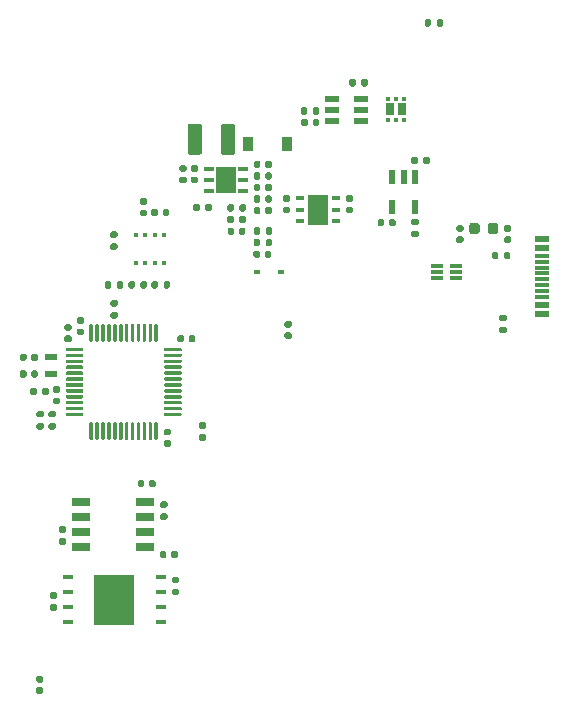
<source format=gtp>
G04 #@! TF.GenerationSoftware,KiCad,Pcbnew,(5.1.12)-1*
G04 #@! TF.CreationDate,2024-11-16T16:09:52+01:00*
G04 #@! TF.ProjectId,C7W1B1V1.0,43375731-4231-4563-912e-302e6b696361,rev?*
G04 #@! TF.SameCoordinates,Original*
G04 #@! TF.FileFunction,Paste,Top*
G04 #@! TF.FilePolarity,Positive*
%FSLAX46Y46*%
G04 Gerber Fmt 4.6, Leading zero omitted, Abs format (unit mm)*
G04 Created by KiCad (PCBNEW (5.1.12)-1) date 2024-11-16 16:09:52*
%MOMM*%
%LPD*%
G01*
G04 APERTURE LIST*
%ADD10R,1.750000X2.500000*%
%ADD11R,0.800000X0.400000*%
%ADD12R,0.990000X0.300000*%
%ADD13R,1.150000X0.300000*%
%ADD14R,1.150000X0.600000*%
%ADD15R,0.600000X1.150000*%
%ADD16R,1.200000X0.600000*%
%ADD17R,0.720000X1.050000*%
%ADD18R,0.350000X0.300000*%
%ADD19R,1.700000X2.200000*%
%ADD20R,0.850000X0.400000*%
%ADD21R,0.600000X0.450000*%
%ADD22R,0.900000X1.200000*%
%ADD23R,0.400000X0.400000*%
%ADD24R,1.100000X0.600000*%
%ADD25R,3.450000X4.350000*%
%ADD26R,0.950000X0.450000*%
%ADD27R,1.525000X0.700000*%
G04 APERTURE END LIST*
D10*
G04 #@! TO.C,U9*
X-58520000Y-109650000D03*
D11*
X-57020000Y-108700000D03*
X-57020000Y-109650000D03*
X-57020000Y-110600000D03*
X-60020000Y-110600000D03*
X-60020000Y-109650000D03*
X-60020000Y-108700000D03*
G04 #@! TD*
G04 #@! TO.C,C28*
G36*
G01*
X-56030000Y-109390000D02*
X-55690000Y-109390000D01*
G75*
G02*
X-55550000Y-109530000I0J-140000D01*
G01*
X-55550000Y-109810000D01*
G75*
G02*
X-55690000Y-109950000I-140000J0D01*
G01*
X-56030000Y-109950000D01*
G75*
G02*
X-56170000Y-109810000I0J140000D01*
G01*
X-56170000Y-109530000D01*
G75*
G02*
X-56030000Y-109390000I140000J0D01*
G01*
G37*
G36*
G01*
X-56030000Y-108430000D02*
X-55690000Y-108430000D01*
G75*
G02*
X-55550000Y-108570000I0J-140000D01*
G01*
X-55550000Y-108850000D01*
G75*
G02*
X-55690000Y-108990000I-140000J0D01*
G01*
X-56030000Y-108990000D01*
G75*
G02*
X-56170000Y-108850000I0J140000D01*
G01*
X-56170000Y-108570000D01*
G75*
G02*
X-56030000Y-108430000I140000J0D01*
G01*
G37*
G04 #@! TD*
G04 #@! TO.C,C27*
G36*
G01*
X-61350000Y-109400000D02*
X-61010000Y-109400000D01*
G75*
G02*
X-60870000Y-109540000I0J-140000D01*
G01*
X-60870000Y-109820000D01*
G75*
G02*
X-61010000Y-109960000I-140000J0D01*
G01*
X-61350000Y-109960000D01*
G75*
G02*
X-61490000Y-109820000I0J140000D01*
G01*
X-61490000Y-109540000D01*
G75*
G02*
X-61350000Y-109400000I140000J0D01*
G01*
G37*
G36*
G01*
X-61350000Y-108440000D02*
X-61010000Y-108440000D01*
G75*
G02*
X-60870000Y-108580000I0J-140000D01*
G01*
X-60870000Y-108860000D01*
G75*
G02*
X-61010000Y-109000000I-140000J0D01*
G01*
X-61350000Y-109000000D01*
G75*
G02*
X-61490000Y-108860000I0J140000D01*
G01*
X-61490000Y-108580000D01*
G75*
G02*
X-61350000Y-108440000I140000J0D01*
G01*
G37*
G04 #@! TD*
D12*
G04 #@! TO.C,U5*
X-48475000Y-115420000D03*
X-48475000Y-114920000D03*
X-48475000Y-114420000D03*
X-46865000Y-114420000D03*
X-46865000Y-114920000D03*
X-46865000Y-115420000D03*
G04 #@! TD*
G04 #@! TO.C,R25*
G36*
G01*
X-81215000Y-127720000D02*
X-80845000Y-127720000D01*
G75*
G02*
X-80710000Y-127855000I0J-135000D01*
G01*
X-80710000Y-128125000D01*
G75*
G02*
X-80845000Y-128260000I-135000J0D01*
G01*
X-81215000Y-128260000D01*
G75*
G02*
X-81350000Y-128125000I0J135000D01*
G01*
X-81350000Y-127855000D01*
G75*
G02*
X-81215000Y-127720000I135000J0D01*
G01*
G37*
G36*
G01*
X-81215000Y-126700000D02*
X-80845000Y-126700000D01*
G75*
G02*
X-80710000Y-126835000I0J-135000D01*
G01*
X-80710000Y-127105000D01*
G75*
G02*
X-80845000Y-127240000I-135000J0D01*
G01*
X-81215000Y-127240000D01*
G75*
G02*
X-81350000Y-127105000I0J135000D01*
G01*
X-81350000Y-126835000D01*
G75*
G02*
X-81215000Y-126700000I135000J0D01*
G01*
G37*
G04 #@! TD*
G04 #@! TO.C,R24*
G36*
G01*
X-82225000Y-127720000D02*
X-81855000Y-127720000D01*
G75*
G02*
X-81720000Y-127855000I0J-135000D01*
G01*
X-81720000Y-128125000D01*
G75*
G02*
X-81855000Y-128260000I-135000J0D01*
G01*
X-82225000Y-128260000D01*
G75*
G02*
X-82360000Y-128125000I0J135000D01*
G01*
X-82360000Y-127855000D01*
G75*
G02*
X-82225000Y-127720000I135000J0D01*
G01*
G37*
G36*
G01*
X-82225000Y-126700000D02*
X-81855000Y-126700000D01*
G75*
G02*
X-81720000Y-126835000I0J-135000D01*
G01*
X-81720000Y-127105000D01*
G75*
G02*
X-81855000Y-127240000I-135000J0D01*
G01*
X-82225000Y-127240000D01*
G75*
G02*
X-82360000Y-127105000I0J135000D01*
G01*
X-82360000Y-126835000D01*
G75*
G02*
X-82225000Y-126700000I135000J0D01*
G01*
G37*
G04 #@! TD*
G04 #@! TO.C,R14*
G36*
G01*
X-42770000Y-113725000D02*
X-42770000Y-113355000D01*
G75*
G02*
X-42635000Y-113220000I135000J0D01*
G01*
X-42365000Y-113220000D01*
G75*
G02*
X-42230000Y-113355000I0J-135000D01*
G01*
X-42230000Y-113725000D01*
G75*
G02*
X-42365000Y-113860000I-135000J0D01*
G01*
X-42635000Y-113860000D01*
G75*
G02*
X-42770000Y-113725000I0J135000D01*
G01*
G37*
G36*
G01*
X-43790000Y-113725000D02*
X-43790000Y-113355000D01*
G75*
G02*
X-43655000Y-113220000I135000J0D01*
G01*
X-43385000Y-113220000D01*
G75*
G02*
X-43250000Y-113355000I0J-135000D01*
G01*
X-43250000Y-113725000D01*
G75*
G02*
X-43385000Y-113860000I-135000J0D01*
G01*
X-43655000Y-113860000D01*
G75*
G02*
X-43790000Y-113725000I0J135000D01*
G01*
G37*
G04 #@! TD*
G04 #@! TO.C,R13*
G36*
G01*
X-48950000Y-93635000D02*
X-48950000Y-94005000D01*
G75*
G02*
X-49085000Y-94140000I-135000J0D01*
G01*
X-49355000Y-94140000D01*
G75*
G02*
X-49490000Y-94005000I0J135000D01*
G01*
X-49490000Y-93635000D01*
G75*
G02*
X-49355000Y-93500000I135000J0D01*
G01*
X-49085000Y-93500000D01*
G75*
G02*
X-48950000Y-93635000I0J-135000D01*
G01*
G37*
G36*
G01*
X-47930000Y-93635000D02*
X-47930000Y-94005000D01*
G75*
G02*
X-48065000Y-94140000I-135000J0D01*
G01*
X-48335000Y-94140000D01*
G75*
G02*
X-48470000Y-94005000I0J135000D01*
G01*
X-48470000Y-93635000D01*
G75*
G02*
X-48335000Y-93500000I135000J0D01*
G01*
X-48065000Y-93500000D01*
G75*
G02*
X-47930000Y-93635000I0J-135000D01*
G01*
G37*
G04 #@! TD*
G04 #@! TO.C,R12*
G36*
G01*
X-42675000Y-119110000D02*
X-43045000Y-119110000D01*
G75*
G02*
X-43180000Y-118975000I0J135000D01*
G01*
X-43180000Y-118705000D01*
G75*
G02*
X-43045000Y-118570000I135000J0D01*
G01*
X-42675000Y-118570000D01*
G75*
G02*
X-42540000Y-118705000I0J-135000D01*
G01*
X-42540000Y-118975000D01*
G75*
G02*
X-42675000Y-119110000I-135000J0D01*
G01*
G37*
G36*
G01*
X-42675000Y-120130000D02*
X-43045000Y-120130000D01*
G75*
G02*
X-43180000Y-119995000I0J135000D01*
G01*
X-43180000Y-119725000D01*
G75*
G02*
X-43045000Y-119590000I135000J0D01*
G01*
X-42675000Y-119590000D01*
G75*
G02*
X-42540000Y-119725000I0J-135000D01*
G01*
X-42540000Y-119995000D01*
G75*
G02*
X-42675000Y-120130000I-135000J0D01*
G01*
G37*
G04 #@! TD*
D13*
G04 #@! TO.C,J2*
X-39545000Y-117050000D03*
X-39545000Y-116550000D03*
X-39545000Y-116050000D03*
X-39545000Y-113550000D03*
X-39545000Y-114050000D03*
X-39545000Y-114550000D03*
X-39545000Y-115550000D03*
X-39545000Y-115050000D03*
D14*
X-39545000Y-112900000D03*
X-39545000Y-117700000D03*
X-39545000Y-112100000D03*
X-39545000Y-118500000D03*
G04 #@! TD*
G04 #@! TO.C,F1*
G36*
G01*
X-44140000Y-111496250D02*
X-44140000Y-110983750D01*
G75*
G02*
X-43921250Y-110765000I218750J0D01*
G01*
X-43483750Y-110765000D01*
G75*
G02*
X-43265000Y-110983750I0J-218750D01*
G01*
X-43265000Y-111496250D01*
G75*
G02*
X-43483750Y-111715000I-218750J0D01*
G01*
X-43921250Y-111715000D01*
G75*
G02*
X-44140000Y-111496250I0J218750D01*
G01*
G37*
G36*
G01*
X-45715000Y-111496250D02*
X-45715000Y-110983750D01*
G75*
G02*
X-45496250Y-110765000I218750J0D01*
G01*
X-45058750Y-110765000D01*
G75*
G02*
X-44840000Y-110983750I0J-218750D01*
G01*
X-44840000Y-111496250D01*
G75*
G02*
X-45058750Y-111715000I-218750J0D01*
G01*
X-45496250Y-111715000D01*
G75*
G02*
X-45715000Y-111496250I0J218750D01*
G01*
G37*
G04 #@! TD*
G04 #@! TO.C,C14*
G36*
G01*
X-46670000Y-111910000D02*
X-46330000Y-111910000D01*
G75*
G02*
X-46190000Y-112050000I0J-140000D01*
G01*
X-46190000Y-112330000D01*
G75*
G02*
X-46330000Y-112470000I-140000J0D01*
G01*
X-46670000Y-112470000D01*
G75*
G02*
X-46810000Y-112330000I0J140000D01*
G01*
X-46810000Y-112050000D01*
G75*
G02*
X-46670000Y-111910000I140000J0D01*
G01*
G37*
G36*
G01*
X-46670000Y-110950000D02*
X-46330000Y-110950000D01*
G75*
G02*
X-46190000Y-111090000I0J-140000D01*
G01*
X-46190000Y-111370000D01*
G75*
G02*
X-46330000Y-111510000I-140000J0D01*
G01*
X-46670000Y-111510000D01*
G75*
G02*
X-46810000Y-111370000I0J140000D01*
G01*
X-46810000Y-111090000D01*
G75*
G02*
X-46670000Y-110950000I140000J0D01*
G01*
G37*
G04 #@! TD*
G04 #@! TO.C,C13*
G36*
G01*
X-42630000Y-111910000D02*
X-42290000Y-111910000D01*
G75*
G02*
X-42150000Y-112050000I0J-140000D01*
G01*
X-42150000Y-112330000D01*
G75*
G02*
X-42290000Y-112470000I-140000J0D01*
G01*
X-42630000Y-112470000D01*
G75*
G02*
X-42770000Y-112330000I0J140000D01*
G01*
X-42770000Y-112050000D01*
G75*
G02*
X-42630000Y-111910000I140000J0D01*
G01*
G37*
G36*
G01*
X-42630000Y-110950000D02*
X-42290000Y-110950000D01*
G75*
G02*
X-42150000Y-111090000I0J-140000D01*
G01*
X-42150000Y-111370000D01*
G75*
G02*
X-42290000Y-111510000I-140000J0D01*
G01*
X-42630000Y-111510000D01*
G75*
G02*
X-42770000Y-111370000I0J140000D01*
G01*
X-42770000Y-111090000D01*
G75*
G02*
X-42630000Y-110950000I140000J0D01*
G01*
G37*
G04 #@! TD*
D15*
G04 #@! TO.C,U6*
X-50320000Y-109390000D03*
X-52220000Y-109390000D03*
X-52220000Y-106890000D03*
X-51270000Y-106890000D03*
X-50320000Y-106890000D03*
G04 #@! TD*
G04 #@! TO.C,R17*
G36*
G01*
X-50515000Y-111440000D02*
X-50145000Y-111440000D01*
G75*
G02*
X-50010000Y-111575000I0J-135000D01*
G01*
X-50010000Y-111845000D01*
G75*
G02*
X-50145000Y-111980000I-135000J0D01*
G01*
X-50515000Y-111980000D01*
G75*
G02*
X-50650000Y-111845000I0J135000D01*
G01*
X-50650000Y-111575000D01*
G75*
G02*
X-50515000Y-111440000I135000J0D01*
G01*
G37*
G36*
G01*
X-50515000Y-110420000D02*
X-50145000Y-110420000D01*
G75*
G02*
X-50010000Y-110555000I0J-135000D01*
G01*
X-50010000Y-110825000D01*
G75*
G02*
X-50145000Y-110960000I-135000J0D01*
G01*
X-50515000Y-110960000D01*
G75*
G02*
X-50650000Y-110825000I0J135000D01*
G01*
X-50650000Y-110555000D01*
G75*
G02*
X-50515000Y-110420000I135000J0D01*
G01*
G37*
G04 #@! TD*
G04 #@! TO.C,R16*
G36*
G01*
X-50080000Y-105315000D02*
X-50080000Y-105685000D01*
G75*
G02*
X-50215000Y-105820000I-135000J0D01*
G01*
X-50485000Y-105820000D01*
G75*
G02*
X-50620000Y-105685000I0J135000D01*
G01*
X-50620000Y-105315000D01*
G75*
G02*
X-50485000Y-105180000I135000J0D01*
G01*
X-50215000Y-105180000D01*
G75*
G02*
X-50080000Y-105315000I0J-135000D01*
G01*
G37*
G36*
G01*
X-49060000Y-105315000D02*
X-49060000Y-105685000D01*
G75*
G02*
X-49195000Y-105820000I-135000J0D01*
G01*
X-49465000Y-105820000D01*
G75*
G02*
X-49600000Y-105685000I0J135000D01*
G01*
X-49600000Y-105315000D01*
G75*
G02*
X-49465000Y-105180000I135000J0D01*
G01*
X-49195000Y-105180000D01*
G75*
G02*
X-49060000Y-105315000I0J-135000D01*
G01*
G37*
G04 #@! TD*
G04 #@! TO.C,C17*
G36*
G01*
X-52910000Y-110580000D02*
X-52910000Y-110920000D01*
G75*
G02*
X-53050000Y-111060000I-140000J0D01*
G01*
X-53330000Y-111060000D01*
G75*
G02*
X-53470000Y-110920000I0J140000D01*
G01*
X-53470000Y-110580000D01*
G75*
G02*
X-53330000Y-110440000I140000J0D01*
G01*
X-53050000Y-110440000D01*
G75*
G02*
X-52910000Y-110580000I0J-140000D01*
G01*
G37*
G36*
G01*
X-51950000Y-110580000D02*
X-51950000Y-110920000D01*
G75*
G02*
X-52090000Y-111060000I-140000J0D01*
G01*
X-52370000Y-111060000D01*
G75*
G02*
X-52510000Y-110920000I0J140000D01*
G01*
X-52510000Y-110580000D01*
G75*
G02*
X-52370000Y-110440000I140000J0D01*
G01*
X-52090000Y-110440000D01*
G75*
G02*
X-51950000Y-110580000I0J-140000D01*
G01*
G37*
G04 #@! TD*
D16*
G04 #@! TO.C,U8*
X-57360000Y-102180000D03*
X-57360000Y-101230000D03*
X-57360000Y-100280000D03*
X-54860000Y-100280000D03*
X-54860000Y-101230000D03*
X-54860000Y-102180000D03*
G04 #@! TD*
D17*
G04 #@! TO.C,Q1*
X-51430000Y-101150000D03*
X-52410000Y-101150000D03*
D18*
X-52570000Y-100275000D03*
X-51920000Y-100275000D03*
X-51270000Y-100275000D03*
X-51270000Y-102025000D03*
X-51920000Y-102025000D03*
X-52570000Y-102025000D03*
G04 #@! TD*
G04 #@! TO.C,R23*
G36*
G01*
X-59440000Y-101095000D02*
X-59440000Y-101465000D01*
G75*
G02*
X-59575000Y-101600000I-135000J0D01*
G01*
X-59845000Y-101600000D01*
G75*
G02*
X-59980000Y-101465000I0J135000D01*
G01*
X-59980000Y-101095000D01*
G75*
G02*
X-59845000Y-100960000I135000J0D01*
G01*
X-59575000Y-100960000D01*
G75*
G02*
X-59440000Y-101095000I0J-135000D01*
G01*
G37*
G36*
G01*
X-58420000Y-101095000D02*
X-58420000Y-101465000D01*
G75*
G02*
X-58555000Y-101600000I-135000J0D01*
G01*
X-58825000Y-101600000D01*
G75*
G02*
X-58960000Y-101465000I0J135000D01*
G01*
X-58960000Y-101095000D01*
G75*
G02*
X-58825000Y-100960000I135000J0D01*
G01*
X-58555000Y-100960000D01*
G75*
G02*
X-58420000Y-101095000I0J-135000D01*
G01*
G37*
G04 #@! TD*
G04 #@! TO.C,R20*
G36*
G01*
X-54860000Y-99085000D02*
X-54860000Y-98715000D01*
G75*
G02*
X-54725000Y-98580000I135000J0D01*
G01*
X-54455000Y-98580000D01*
G75*
G02*
X-54320000Y-98715000I0J-135000D01*
G01*
X-54320000Y-99085000D01*
G75*
G02*
X-54455000Y-99220000I-135000J0D01*
G01*
X-54725000Y-99220000D01*
G75*
G02*
X-54860000Y-99085000I0J135000D01*
G01*
G37*
G36*
G01*
X-55880000Y-99085000D02*
X-55880000Y-98715000D01*
G75*
G02*
X-55745000Y-98580000I135000J0D01*
G01*
X-55475000Y-98580000D01*
G75*
G02*
X-55340000Y-98715000I0J-135000D01*
G01*
X-55340000Y-99085000D01*
G75*
G02*
X-55475000Y-99220000I-135000J0D01*
G01*
X-55745000Y-99220000D01*
G75*
G02*
X-55880000Y-99085000I0J135000D01*
G01*
G37*
G04 #@! TD*
G04 #@! TO.C,C24*
G36*
G01*
X-58980000Y-102440000D02*
X-58980000Y-102100000D01*
G75*
G02*
X-58840000Y-101960000I140000J0D01*
G01*
X-58560000Y-101960000D01*
G75*
G02*
X-58420000Y-102100000I0J-140000D01*
G01*
X-58420000Y-102440000D01*
G75*
G02*
X-58560000Y-102580000I-140000J0D01*
G01*
X-58840000Y-102580000D01*
G75*
G02*
X-58980000Y-102440000I0J140000D01*
G01*
G37*
G36*
G01*
X-59940000Y-102440000D02*
X-59940000Y-102100000D01*
G75*
G02*
X-59800000Y-101960000I140000J0D01*
G01*
X-59520000Y-101960000D01*
G75*
G02*
X-59380000Y-102100000I0J-140000D01*
G01*
X-59380000Y-102440000D01*
G75*
G02*
X-59520000Y-102580000I-140000J0D01*
G01*
X-59800000Y-102580000D01*
G75*
G02*
X-59940000Y-102440000I0J140000D01*
G01*
G37*
G04 #@! TD*
D19*
G04 #@! TO.C,U7*
X-66330000Y-107130000D03*
D20*
X-64880000Y-106180000D03*
X-64880000Y-107130000D03*
X-64880000Y-108080000D03*
X-67780000Y-108080000D03*
X-67780000Y-107130000D03*
X-67780000Y-106180000D03*
G04 #@! TD*
G04 #@! TO.C,R22*
G36*
G01*
X-62960000Y-112625000D02*
X-62960000Y-112255000D01*
G75*
G02*
X-62825000Y-112120000I135000J0D01*
G01*
X-62555000Y-112120000D01*
G75*
G02*
X-62420000Y-112255000I0J-135000D01*
G01*
X-62420000Y-112625000D01*
G75*
G02*
X-62555000Y-112760000I-135000J0D01*
G01*
X-62825000Y-112760000D01*
G75*
G02*
X-62960000Y-112625000I0J135000D01*
G01*
G37*
G36*
G01*
X-63980000Y-112625000D02*
X-63980000Y-112255000D01*
G75*
G02*
X-63845000Y-112120000I135000J0D01*
G01*
X-63575000Y-112120000D01*
G75*
G02*
X-63440000Y-112255000I0J-135000D01*
G01*
X-63440000Y-112625000D01*
G75*
G02*
X-63575000Y-112760000I-135000J0D01*
G01*
X-63845000Y-112760000D01*
G75*
G02*
X-63980000Y-112625000I0J135000D01*
G01*
G37*
G04 #@! TD*
G04 #@! TO.C,R21*
G36*
G01*
X-63440000Y-111265000D02*
X-63440000Y-111635000D01*
G75*
G02*
X-63575000Y-111770000I-135000J0D01*
G01*
X-63845000Y-111770000D01*
G75*
G02*
X-63980000Y-111635000I0J135000D01*
G01*
X-63980000Y-111265000D01*
G75*
G02*
X-63845000Y-111130000I135000J0D01*
G01*
X-63575000Y-111130000D01*
G75*
G02*
X-63440000Y-111265000I0J-135000D01*
G01*
G37*
G36*
G01*
X-62420000Y-111265000D02*
X-62420000Y-111635000D01*
G75*
G02*
X-62555000Y-111770000I-135000J0D01*
G01*
X-62825000Y-111770000D01*
G75*
G02*
X-62960000Y-111635000I0J135000D01*
G01*
X-62960000Y-111265000D01*
G75*
G02*
X-62825000Y-111130000I135000J0D01*
G01*
X-62555000Y-111130000D01*
G75*
G02*
X-62420000Y-111265000I0J-135000D01*
G01*
G37*
G04 #@! TD*
G04 #@! TO.C,R19*
G36*
G01*
X-65650000Y-109305000D02*
X-65650000Y-109675000D01*
G75*
G02*
X-65785000Y-109810000I-135000J0D01*
G01*
X-66055000Y-109810000D01*
G75*
G02*
X-66190000Y-109675000I0J135000D01*
G01*
X-66190000Y-109305000D01*
G75*
G02*
X-66055000Y-109170000I135000J0D01*
G01*
X-65785000Y-109170000D01*
G75*
G02*
X-65650000Y-109305000I0J-135000D01*
G01*
G37*
G36*
G01*
X-64630000Y-109305000D02*
X-64630000Y-109675000D01*
G75*
G02*
X-64765000Y-109810000I-135000J0D01*
G01*
X-65035000Y-109810000D01*
G75*
G02*
X-65170000Y-109675000I0J135000D01*
G01*
X-65170000Y-109305000D01*
G75*
G02*
X-65035000Y-109170000I135000J0D01*
G01*
X-64765000Y-109170000D01*
G75*
G02*
X-64630000Y-109305000I0J-135000D01*
G01*
G37*
G04 #@! TD*
G04 #@! TO.C,R18*
G36*
G01*
X-65660000Y-110305000D02*
X-65660000Y-110675000D01*
G75*
G02*
X-65795000Y-110810000I-135000J0D01*
G01*
X-66065000Y-110810000D01*
G75*
G02*
X-66200000Y-110675000I0J135000D01*
G01*
X-66200000Y-110305000D01*
G75*
G02*
X-66065000Y-110170000I135000J0D01*
G01*
X-65795000Y-110170000D01*
G75*
G02*
X-65660000Y-110305000I0J-135000D01*
G01*
G37*
G36*
G01*
X-64640000Y-110305000D02*
X-64640000Y-110675000D01*
G75*
G02*
X-64775000Y-110810000I-135000J0D01*
G01*
X-65045000Y-110810000D01*
G75*
G02*
X-65180000Y-110675000I0J135000D01*
G01*
X-65180000Y-110305000D01*
G75*
G02*
X-65045000Y-110170000I135000J0D01*
G01*
X-64775000Y-110170000D01*
G75*
G02*
X-64640000Y-110305000I0J-135000D01*
G01*
G37*
G04 #@! TD*
G04 #@! TO.C,R15*
G36*
G01*
X-68530000Y-109295000D02*
X-68530000Y-109665000D01*
G75*
G02*
X-68665000Y-109800000I-135000J0D01*
G01*
X-68935000Y-109800000D01*
G75*
G02*
X-69070000Y-109665000I0J135000D01*
G01*
X-69070000Y-109295000D01*
G75*
G02*
X-68935000Y-109160000I135000J0D01*
G01*
X-68665000Y-109160000D01*
G75*
G02*
X-68530000Y-109295000I0J-135000D01*
G01*
G37*
G36*
G01*
X-67510000Y-109295000D02*
X-67510000Y-109665000D01*
G75*
G02*
X-67645000Y-109800000I-135000J0D01*
G01*
X-67915000Y-109800000D01*
G75*
G02*
X-68050000Y-109665000I0J135000D01*
G01*
X-68050000Y-109295000D01*
G75*
G02*
X-67915000Y-109160000I135000J0D01*
G01*
X-67645000Y-109160000D01*
G75*
G02*
X-67510000Y-109295000I0J-135000D01*
G01*
G37*
G04 #@! TD*
G04 #@! TO.C,L1*
G36*
G01*
X-66765000Y-104765000D02*
X-66765000Y-102615000D01*
G75*
G02*
X-66515000Y-102365000I250000J0D01*
G01*
X-65765000Y-102365000D01*
G75*
G02*
X-65515000Y-102615000I0J-250000D01*
G01*
X-65515000Y-104765000D01*
G75*
G02*
X-65765000Y-105015000I-250000J0D01*
G01*
X-66515000Y-105015000D01*
G75*
G02*
X-66765000Y-104765000I0J250000D01*
G01*
G37*
G36*
G01*
X-69565000Y-104765000D02*
X-69565000Y-102615000D01*
G75*
G02*
X-69315000Y-102365000I250000J0D01*
G01*
X-68565000Y-102365000D01*
G75*
G02*
X-68315000Y-102615000I0J-250000D01*
G01*
X-68315000Y-104765000D01*
G75*
G02*
X-68565000Y-105015000I-250000J0D01*
G01*
X-69315000Y-105015000D01*
G75*
G02*
X-69565000Y-104765000I0J250000D01*
G01*
G37*
G04 #@! TD*
D21*
G04 #@! TO.C,D2*
X-61620000Y-114920000D03*
X-63720000Y-114920000D03*
G04 #@! TD*
D22*
G04 #@! TO.C,D1*
X-64480000Y-104110000D03*
X-61180000Y-104110000D03*
G04 #@! TD*
G04 #@! TO.C,C25*
G36*
G01*
X-63390000Y-105650000D02*
X-63390000Y-105990000D01*
G75*
G02*
X-63530000Y-106130000I-140000J0D01*
G01*
X-63810000Y-106130000D01*
G75*
G02*
X-63950000Y-105990000I0J140000D01*
G01*
X-63950000Y-105650000D01*
G75*
G02*
X-63810000Y-105510000I140000J0D01*
G01*
X-63530000Y-105510000D01*
G75*
G02*
X-63390000Y-105650000I0J-140000D01*
G01*
G37*
G36*
G01*
X-62430000Y-105650000D02*
X-62430000Y-105990000D01*
G75*
G02*
X-62570000Y-106130000I-140000J0D01*
G01*
X-62850000Y-106130000D01*
G75*
G02*
X-62990000Y-105990000I0J140000D01*
G01*
X-62990000Y-105650000D01*
G75*
G02*
X-62850000Y-105510000I140000J0D01*
G01*
X-62570000Y-105510000D01*
G75*
G02*
X-62430000Y-105650000I0J-140000D01*
G01*
G37*
G04 #@! TD*
G04 #@! TO.C,C23*
G36*
G01*
X-63390000Y-109570000D02*
X-63390000Y-109910000D01*
G75*
G02*
X-63530000Y-110050000I-140000J0D01*
G01*
X-63810000Y-110050000D01*
G75*
G02*
X-63950000Y-109910000I0J140000D01*
G01*
X-63950000Y-109570000D01*
G75*
G02*
X-63810000Y-109430000I140000J0D01*
G01*
X-63530000Y-109430000D01*
G75*
G02*
X-63390000Y-109570000I0J-140000D01*
G01*
G37*
G36*
G01*
X-62430000Y-109570000D02*
X-62430000Y-109910000D01*
G75*
G02*
X-62570000Y-110050000I-140000J0D01*
G01*
X-62850000Y-110050000D01*
G75*
G02*
X-62990000Y-109910000I0J140000D01*
G01*
X-62990000Y-109570000D01*
G75*
G02*
X-62850000Y-109430000I140000J0D01*
G01*
X-62570000Y-109430000D01*
G75*
G02*
X-62430000Y-109570000I0J-140000D01*
G01*
G37*
G04 #@! TD*
G04 #@! TO.C,C22*
G36*
G01*
X-63390000Y-108580000D02*
X-63390000Y-108920000D01*
G75*
G02*
X-63530000Y-109060000I-140000J0D01*
G01*
X-63810000Y-109060000D01*
G75*
G02*
X-63950000Y-108920000I0J140000D01*
G01*
X-63950000Y-108580000D01*
G75*
G02*
X-63810000Y-108440000I140000J0D01*
G01*
X-63530000Y-108440000D01*
G75*
G02*
X-63390000Y-108580000I0J-140000D01*
G01*
G37*
G36*
G01*
X-62430000Y-108580000D02*
X-62430000Y-108920000D01*
G75*
G02*
X-62570000Y-109060000I-140000J0D01*
G01*
X-62850000Y-109060000D01*
G75*
G02*
X-62990000Y-108920000I0J140000D01*
G01*
X-62990000Y-108580000D01*
G75*
G02*
X-62850000Y-108440000I140000J0D01*
G01*
X-62570000Y-108440000D01*
G75*
G02*
X-62430000Y-108580000I0J-140000D01*
G01*
G37*
G04 #@! TD*
G04 #@! TO.C,C21*
G36*
G01*
X-63030000Y-113600000D02*
X-63030000Y-113260000D01*
G75*
G02*
X-62890000Y-113120000I140000J0D01*
G01*
X-62610000Y-113120000D01*
G75*
G02*
X-62470000Y-113260000I0J-140000D01*
G01*
X-62470000Y-113600000D01*
G75*
G02*
X-62610000Y-113740000I-140000J0D01*
G01*
X-62890000Y-113740000D01*
G75*
G02*
X-63030000Y-113600000I0J140000D01*
G01*
G37*
G36*
G01*
X-63990000Y-113600000D02*
X-63990000Y-113260000D01*
G75*
G02*
X-63850000Y-113120000I140000J0D01*
G01*
X-63570000Y-113120000D01*
G75*
G02*
X-63430000Y-113260000I0J-140000D01*
G01*
X-63430000Y-113600000D01*
G75*
G02*
X-63570000Y-113740000I-140000J0D01*
G01*
X-63850000Y-113740000D01*
G75*
G02*
X-63990000Y-113600000I0J140000D01*
G01*
G37*
G04 #@! TD*
G04 #@! TO.C,C20*
G36*
G01*
X-63390000Y-107600000D02*
X-63390000Y-107940000D01*
G75*
G02*
X-63530000Y-108080000I-140000J0D01*
G01*
X-63810000Y-108080000D01*
G75*
G02*
X-63950000Y-107940000I0J140000D01*
G01*
X-63950000Y-107600000D01*
G75*
G02*
X-63810000Y-107460000I140000J0D01*
G01*
X-63530000Y-107460000D01*
G75*
G02*
X-63390000Y-107600000I0J-140000D01*
G01*
G37*
G36*
G01*
X-62430000Y-107600000D02*
X-62430000Y-107940000D01*
G75*
G02*
X-62570000Y-108080000I-140000J0D01*
G01*
X-62850000Y-108080000D01*
G75*
G02*
X-62990000Y-107940000I0J140000D01*
G01*
X-62990000Y-107600000D01*
G75*
G02*
X-62850000Y-107460000I140000J0D01*
G01*
X-62570000Y-107460000D01*
G75*
G02*
X-62430000Y-107600000I0J-140000D01*
G01*
G37*
G04 #@! TD*
G04 #@! TO.C,C19*
G36*
G01*
X-63390000Y-106630000D02*
X-63390000Y-106970000D01*
G75*
G02*
X-63530000Y-107110000I-140000J0D01*
G01*
X-63810000Y-107110000D01*
G75*
G02*
X-63950000Y-106970000I0J140000D01*
G01*
X-63950000Y-106630000D01*
G75*
G02*
X-63810000Y-106490000I140000J0D01*
G01*
X-63530000Y-106490000D01*
G75*
G02*
X-63390000Y-106630000I0J-140000D01*
G01*
G37*
G36*
G01*
X-62430000Y-106630000D02*
X-62430000Y-106970000D01*
G75*
G02*
X-62570000Y-107110000I-140000J0D01*
G01*
X-62850000Y-107110000D01*
G75*
G02*
X-62990000Y-106970000I0J140000D01*
G01*
X-62990000Y-106630000D01*
G75*
G02*
X-62850000Y-106490000I140000J0D01*
G01*
X-62570000Y-106490000D01*
G75*
G02*
X-62430000Y-106630000I0J-140000D01*
G01*
G37*
G04 #@! TD*
G04 #@! TO.C,C18*
G36*
G01*
X-65620000Y-111310000D02*
X-65620000Y-111650000D01*
G75*
G02*
X-65760000Y-111790000I-140000J0D01*
G01*
X-66040000Y-111790000D01*
G75*
G02*
X-66180000Y-111650000I0J140000D01*
G01*
X-66180000Y-111310000D01*
G75*
G02*
X-66040000Y-111170000I140000J0D01*
G01*
X-65760000Y-111170000D01*
G75*
G02*
X-65620000Y-111310000I0J-140000D01*
G01*
G37*
G36*
G01*
X-64660000Y-111310000D02*
X-64660000Y-111650000D01*
G75*
G02*
X-64800000Y-111790000I-140000J0D01*
G01*
X-65080000Y-111790000D01*
G75*
G02*
X-65220000Y-111650000I0J140000D01*
G01*
X-65220000Y-111310000D01*
G75*
G02*
X-65080000Y-111170000I140000J0D01*
G01*
X-64800000Y-111170000D01*
G75*
G02*
X-64660000Y-111310000I0J-140000D01*
G01*
G37*
G04 #@! TD*
G04 #@! TO.C,C16*
G36*
G01*
X-68810000Y-106440000D02*
X-69150000Y-106440000D01*
G75*
G02*
X-69290000Y-106300000I0J140000D01*
G01*
X-69290000Y-106020000D01*
G75*
G02*
X-69150000Y-105880000I140000J0D01*
G01*
X-68810000Y-105880000D01*
G75*
G02*
X-68670000Y-106020000I0J-140000D01*
G01*
X-68670000Y-106300000D01*
G75*
G02*
X-68810000Y-106440000I-140000J0D01*
G01*
G37*
G36*
G01*
X-68810000Y-107400000D02*
X-69150000Y-107400000D01*
G75*
G02*
X-69290000Y-107260000I0J140000D01*
G01*
X-69290000Y-106980000D01*
G75*
G02*
X-69150000Y-106840000I140000J0D01*
G01*
X-68810000Y-106840000D01*
G75*
G02*
X-68670000Y-106980000I0J-140000D01*
G01*
X-68670000Y-107260000D01*
G75*
G02*
X-68810000Y-107400000I-140000J0D01*
G01*
G37*
G04 #@! TD*
G04 #@! TO.C,C15*
G36*
G01*
X-69790000Y-106440000D02*
X-70130000Y-106440000D01*
G75*
G02*
X-70270000Y-106300000I0J140000D01*
G01*
X-70270000Y-106020000D01*
G75*
G02*
X-70130000Y-105880000I140000J0D01*
G01*
X-69790000Y-105880000D01*
G75*
G02*
X-69650000Y-106020000I0J-140000D01*
G01*
X-69650000Y-106300000D01*
G75*
G02*
X-69790000Y-106440000I-140000J0D01*
G01*
G37*
G36*
G01*
X-69790000Y-107400000D02*
X-70130000Y-107400000D01*
G75*
G02*
X-70270000Y-107260000I0J140000D01*
G01*
X-70270000Y-106980000D01*
G75*
G02*
X-70130000Y-106840000I140000J0D01*
G01*
X-69790000Y-106840000D01*
G75*
G02*
X-69650000Y-106980000I0J-140000D01*
G01*
X-69650000Y-107260000D01*
G75*
G02*
X-69790000Y-107400000I-140000J0D01*
G01*
G37*
G04 #@! TD*
G04 #@! TO.C,R7*
G36*
G01*
X-68485000Y-128680000D02*
X-68115000Y-128680000D01*
G75*
G02*
X-67980000Y-128815000I0J-135000D01*
G01*
X-67980000Y-129085000D01*
G75*
G02*
X-68115000Y-129220000I-135000J0D01*
G01*
X-68485000Y-129220000D01*
G75*
G02*
X-68620000Y-129085000I0J135000D01*
G01*
X-68620000Y-128815000D01*
G75*
G02*
X-68485000Y-128680000I135000J0D01*
G01*
G37*
G36*
G01*
X-68485000Y-127660000D02*
X-68115000Y-127660000D01*
G75*
G02*
X-67980000Y-127795000I0J-135000D01*
G01*
X-67980000Y-128065000D01*
G75*
G02*
X-68115000Y-128200000I-135000J0D01*
G01*
X-68485000Y-128200000D01*
G75*
G02*
X-68620000Y-128065000I0J135000D01*
G01*
X-68620000Y-127795000D01*
G75*
G02*
X-68485000Y-127660000I135000J0D01*
G01*
G37*
G04 #@! TD*
G04 #@! TO.C,C10*
G36*
G01*
X-61220000Y-120040000D02*
X-60880000Y-120040000D01*
G75*
G02*
X-60740000Y-120180000I0J-140000D01*
G01*
X-60740000Y-120460000D01*
G75*
G02*
X-60880000Y-120600000I-140000J0D01*
G01*
X-61220000Y-120600000D01*
G75*
G02*
X-61360000Y-120460000I0J140000D01*
G01*
X-61360000Y-120180000D01*
G75*
G02*
X-61220000Y-120040000I140000J0D01*
G01*
G37*
G36*
G01*
X-61220000Y-119080000D02*
X-60880000Y-119080000D01*
G75*
G02*
X-60740000Y-119220000I0J-140000D01*
G01*
X-60740000Y-119500000D01*
G75*
G02*
X-60880000Y-119640000I-140000J0D01*
G01*
X-61220000Y-119640000D01*
G75*
G02*
X-61360000Y-119500000I0J140000D01*
G01*
X-61360000Y-119220000D01*
G75*
G02*
X-61220000Y-119080000I140000J0D01*
G01*
G37*
G04 #@! TD*
D23*
G04 #@! TO.C,U2*
X-71550000Y-111750000D03*
X-72350000Y-111750000D03*
X-73150000Y-111750000D03*
X-73950000Y-111750000D03*
X-73950000Y-114150000D03*
X-73150000Y-114150000D03*
X-72350000Y-114150000D03*
X-71550000Y-114150000D03*
G04 #@! TD*
G04 #@! TO.C,R6*
G36*
G01*
X-73550000Y-116205000D02*
X-73550000Y-115835000D01*
G75*
G02*
X-73415000Y-115700000I135000J0D01*
G01*
X-73145000Y-115700000D01*
G75*
G02*
X-73010000Y-115835000I0J-135000D01*
G01*
X-73010000Y-116205000D01*
G75*
G02*
X-73145000Y-116340000I-135000J0D01*
G01*
X-73415000Y-116340000D01*
G75*
G02*
X-73550000Y-116205000I0J135000D01*
G01*
G37*
G36*
G01*
X-74570000Y-116205000D02*
X-74570000Y-115835000D01*
G75*
G02*
X-74435000Y-115700000I135000J0D01*
G01*
X-74165000Y-115700000D01*
G75*
G02*
X-74030000Y-115835000I0J-135000D01*
G01*
X-74030000Y-116205000D01*
G75*
G02*
X-74165000Y-116340000I-135000J0D01*
G01*
X-74435000Y-116340000D01*
G75*
G02*
X-74570000Y-116205000I0J135000D01*
G01*
G37*
G04 #@! TD*
G04 #@! TO.C,R5*
G36*
G01*
X-75540000Y-116215000D02*
X-75540000Y-115845000D01*
G75*
G02*
X-75405000Y-115710000I135000J0D01*
G01*
X-75135000Y-115710000D01*
G75*
G02*
X-75000000Y-115845000I0J-135000D01*
G01*
X-75000000Y-116215000D01*
G75*
G02*
X-75135000Y-116350000I-135000J0D01*
G01*
X-75405000Y-116350000D01*
G75*
G02*
X-75540000Y-116215000I0J135000D01*
G01*
G37*
G36*
G01*
X-76560000Y-116215000D02*
X-76560000Y-115845000D01*
G75*
G02*
X-76425000Y-115710000I135000J0D01*
G01*
X-76155000Y-115710000D01*
G75*
G02*
X-76020000Y-115845000I0J-135000D01*
G01*
X-76020000Y-116215000D01*
G75*
G02*
X-76155000Y-116350000I-135000J0D01*
G01*
X-76425000Y-116350000D01*
G75*
G02*
X-76560000Y-116215000I0J135000D01*
G01*
G37*
G04 #@! TD*
G04 #@! TO.C,R4*
G36*
G01*
X-72080000Y-115825000D02*
X-72080000Y-116195000D01*
G75*
G02*
X-72215000Y-116330000I-135000J0D01*
G01*
X-72485000Y-116330000D01*
G75*
G02*
X-72620000Y-116195000I0J135000D01*
G01*
X-72620000Y-115825000D01*
G75*
G02*
X-72485000Y-115690000I135000J0D01*
G01*
X-72215000Y-115690000D01*
G75*
G02*
X-72080000Y-115825000I0J-135000D01*
G01*
G37*
G36*
G01*
X-71060000Y-115825000D02*
X-71060000Y-116195000D01*
G75*
G02*
X-71195000Y-116330000I-135000J0D01*
G01*
X-71465000Y-116330000D01*
G75*
G02*
X-71600000Y-116195000I0J135000D01*
G01*
X-71600000Y-115825000D01*
G75*
G02*
X-71465000Y-115690000I135000J0D01*
G01*
X-71195000Y-115690000D01*
G75*
G02*
X-71060000Y-115825000I0J-135000D01*
G01*
G37*
G04 #@! TD*
G04 #@! TO.C,R3*
G36*
G01*
X-75985000Y-112510000D02*
X-75615000Y-112510000D01*
G75*
G02*
X-75480000Y-112645000I0J-135000D01*
G01*
X-75480000Y-112915000D01*
G75*
G02*
X-75615000Y-113050000I-135000J0D01*
G01*
X-75985000Y-113050000D01*
G75*
G02*
X-76120000Y-112915000I0J135000D01*
G01*
X-76120000Y-112645000D01*
G75*
G02*
X-75985000Y-112510000I135000J0D01*
G01*
G37*
G36*
G01*
X-75985000Y-111490000D02*
X-75615000Y-111490000D01*
G75*
G02*
X-75480000Y-111625000I0J-135000D01*
G01*
X-75480000Y-111895000D01*
G75*
G02*
X-75615000Y-112030000I-135000J0D01*
G01*
X-75985000Y-112030000D01*
G75*
G02*
X-76120000Y-111895000I0J135000D01*
G01*
X-76120000Y-111625000D01*
G75*
G02*
X-75985000Y-111490000I135000J0D01*
G01*
G37*
G04 #@! TD*
G04 #@! TO.C,C9*
G36*
G01*
X-72060000Y-109720000D02*
X-72060000Y-110060000D01*
G75*
G02*
X-72200000Y-110200000I-140000J0D01*
G01*
X-72480000Y-110200000D01*
G75*
G02*
X-72620000Y-110060000I0J140000D01*
G01*
X-72620000Y-109720000D01*
G75*
G02*
X-72480000Y-109580000I140000J0D01*
G01*
X-72200000Y-109580000D01*
G75*
G02*
X-72060000Y-109720000I0J-140000D01*
G01*
G37*
G36*
G01*
X-71100000Y-109720000D02*
X-71100000Y-110060000D01*
G75*
G02*
X-71240000Y-110200000I-140000J0D01*
G01*
X-71520000Y-110200000D01*
G75*
G02*
X-71660000Y-110060000I0J140000D01*
G01*
X-71660000Y-109720000D01*
G75*
G02*
X-71520000Y-109580000I140000J0D01*
G01*
X-71240000Y-109580000D01*
G75*
G02*
X-71100000Y-109720000I0J-140000D01*
G01*
G37*
G04 #@! TD*
G04 #@! TO.C,C8*
G36*
G01*
X-73130000Y-109250000D02*
X-73470000Y-109250000D01*
G75*
G02*
X-73610000Y-109110000I0J140000D01*
G01*
X-73610000Y-108830000D01*
G75*
G02*
X-73470000Y-108690000I140000J0D01*
G01*
X-73130000Y-108690000D01*
G75*
G02*
X-72990000Y-108830000I0J-140000D01*
G01*
X-72990000Y-109110000D01*
G75*
G02*
X-73130000Y-109250000I-140000J0D01*
G01*
G37*
G36*
G01*
X-73130000Y-110210000D02*
X-73470000Y-110210000D01*
G75*
G02*
X-73610000Y-110070000I0J140000D01*
G01*
X-73610000Y-109790000D01*
G75*
G02*
X-73470000Y-109650000I140000J0D01*
G01*
X-73130000Y-109650000D01*
G75*
G02*
X-72990000Y-109790000I0J-140000D01*
G01*
X-72990000Y-110070000D01*
G75*
G02*
X-73130000Y-110210000I-140000J0D01*
G01*
G37*
G04 #@! TD*
D24*
G04 #@! TO.C,Y1*
X-81130000Y-123550000D03*
X-81130000Y-122150000D03*
G04 #@! TD*
G04 #@! TO.C,R2*
G36*
G01*
X-81870000Y-125225000D02*
X-81870000Y-124855000D01*
G75*
G02*
X-81735000Y-124720000I135000J0D01*
G01*
X-81465000Y-124720000D01*
G75*
G02*
X-81330000Y-124855000I0J-135000D01*
G01*
X-81330000Y-125225000D01*
G75*
G02*
X-81465000Y-125360000I-135000J0D01*
G01*
X-81735000Y-125360000D01*
G75*
G02*
X-81870000Y-125225000I0J135000D01*
G01*
G37*
G36*
G01*
X-82890000Y-125225000D02*
X-82890000Y-124855000D01*
G75*
G02*
X-82755000Y-124720000I135000J0D01*
G01*
X-82485000Y-124720000D01*
G75*
G02*
X-82350000Y-124855000I0J-135000D01*
G01*
X-82350000Y-125225000D01*
G75*
G02*
X-82485000Y-125360000I-135000J0D01*
G01*
X-82755000Y-125360000D01*
G75*
G02*
X-82890000Y-125225000I0J135000D01*
G01*
G37*
G04 #@! TD*
G04 #@! TO.C,R1*
G36*
G01*
X-75595000Y-117850000D02*
X-75965000Y-117850000D01*
G75*
G02*
X-76100000Y-117715000I0J135000D01*
G01*
X-76100000Y-117445000D01*
G75*
G02*
X-75965000Y-117310000I135000J0D01*
G01*
X-75595000Y-117310000D01*
G75*
G02*
X-75460000Y-117445000I0J-135000D01*
G01*
X-75460000Y-117715000D01*
G75*
G02*
X-75595000Y-117850000I-135000J0D01*
G01*
G37*
G36*
G01*
X-75595000Y-118870000D02*
X-75965000Y-118870000D01*
G75*
G02*
X-76100000Y-118735000I0J135000D01*
G01*
X-76100000Y-118465000D01*
G75*
G02*
X-75965000Y-118330000I135000J0D01*
G01*
X-75595000Y-118330000D01*
G75*
G02*
X-75460000Y-118465000I0J-135000D01*
G01*
X-75460000Y-118735000D01*
G75*
G02*
X-75595000Y-118870000I-135000J0D01*
G01*
G37*
G04 #@! TD*
G04 #@! TO.C,C7*
G36*
G01*
X-69460000Y-120750000D02*
X-69460000Y-120410000D01*
G75*
G02*
X-69320000Y-120270000I140000J0D01*
G01*
X-69040000Y-120270000D01*
G75*
G02*
X-68900000Y-120410000I0J-140000D01*
G01*
X-68900000Y-120750000D01*
G75*
G02*
X-69040000Y-120890000I-140000J0D01*
G01*
X-69320000Y-120890000D01*
G75*
G02*
X-69460000Y-120750000I0J140000D01*
G01*
G37*
G36*
G01*
X-70420000Y-120750000D02*
X-70420000Y-120410000D01*
G75*
G02*
X-70280000Y-120270000I140000J0D01*
G01*
X-70000000Y-120270000D01*
G75*
G02*
X-69860000Y-120410000I0J-140000D01*
G01*
X-69860000Y-120750000D01*
G75*
G02*
X-70000000Y-120890000I-140000J0D01*
G01*
X-70280000Y-120890000D01*
G75*
G02*
X-70420000Y-120750000I0J140000D01*
G01*
G37*
G04 #@! TD*
G04 #@! TO.C,C6*
G36*
G01*
X-80490000Y-125170000D02*
X-80830000Y-125170000D01*
G75*
G02*
X-80970000Y-125030000I0J140000D01*
G01*
X-80970000Y-124750000D01*
G75*
G02*
X-80830000Y-124610000I140000J0D01*
G01*
X-80490000Y-124610000D01*
G75*
G02*
X-80350000Y-124750000I0J-140000D01*
G01*
X-80350000Y-125030000D01*
G75*
G02*
X-80490000Y-125170000I-140000J0D01*
G01*
G37*
G36*
G01*
X-80490000Y-126130000D02*
X-80830000Y-126130000D01*
G75*
G02*
X-80970000Y-125990000I0J140000D01*
G01*
X-80970000Y-125710000D01*
G75*
G02*
X-80830000Y-125570000I140000J0D01*
G01*
X-80490000Y-125570000D01*
G75*
G02*
X-80350000Y-125710000I0J-140000D01*
G01*
X-80350000Y-125990000D01*
G75*
G02*
X-80490000Y-126130000I-140000J0D01*
G01*
G37*
G04 #@! TD*
G04 #@! TO.C,C5*
G36*
G01*
X-78480000Y-119310000D02*
X-78820000Y-119310000D01*
G75*
G02*
X-78960000Y-119170000I0J140000D01*
G01*
X-78960000Y-118890000D01*
G75*
G02*
X-78820000Y-118750000I140000J0D01*
G01*
X-78480000Y-118750000D01*
G75*
G02*
X-78340000Y-118890000I0J-140000D01*
G01*
X-78340000Y-119170000D01*
G75*
G02*
X-78480000Y-119310000I-140000J0D01*
G01*
G37*
G36*
G01*
X-78480000Y-120270000D02*
X-78820000Y-120270000D01*
G75*
G02*
X-78960000Y-120130000I0J140000D01*
G01*
X-78960000Y-119850000D01*
G75*
G02*
X-78820000Y-119710000I140000J0D01*
G01*
X-78480000Y-119710000D01*
G75*
G02*
X-78340000Y-119850000I0J-140000D01*
G01*
X-78340000Y-120130000D01*
G75*
G02*
X-78480000Y-120270000I-140000J0D01*
G01*
G37*
G04 #@! TD*
G04 #@! TO.C,C4*
G36*
G01*
X-79510000Y-119900000D02*
X-79850000Y-119900000D01*
G75*
G02*
X-79990000Y-119760000I0J140000D01*
G01*
X-79990000Y-119480000D01*
G75*
G02*
X-79850000Y-119340000I140000J0D01*
G01*
X-79510000Y-119340000D01*
G75*
G02*
X-79370000Y-119480000I0J-140000D01*
G01*
X-79370000Y-119760000D01*
G75*
G02*
X-79510000Y-119900000I-140000J0D01*
G01*
G37*
G36*
G01*
X-79510000Y-120860000D02*
X-79850000Y-120860000D01*
G75*
G02*
X-79990000Y-120720000I0J140000D01*
G01*
X-79990000Y-120440000D01*
G75*
G02*
X-79850000Y-120300000I140000J0D01*
G01*
X-79510000Y-120300000D01*
G75*
G02*
X-79370000Y-120440000I0J-140000D01*
G01*
X-79370000Y-120720000D01*
G75*
G02*
X-79510000Y-120860000I-140000J0D01*
G01*
G37*
G04 #@! TD*
G04 #@! TO.C,C3*
G36*
G01*
X-71450000Y-129160000D02*
X-71110000Y-129160000D01*
G75*
G02*
X-70970000Y-129300000I0J-140000D01*
G01*
X-70970000Y-129580000D01*
G75*
G02*
X-71110000Y-129720000I-140000J0D01*
G01*
X-71450000Y-129720000D01*
G75*
G02*
X-71590000Y-129580000I0J140000D01*
G01*
X-71590000Y-129300000D01*
G75*
G02*
X-71450000Y-129160000I140000J0D01*
G01*
G37*
G36*
G01*
X-71450000Y-128200000D02*
X-71110000Y-128200000D01*
G75*
G02*
X-70970000Y-128340000I0J-140000D01*
G01*
X-70970000Y-128620000D01*
G75*
G02*
X-71110000Y-128760000I-140000J0D01*
G01*
X-71450000Y-128760000D01*
G75*
G02*
X-71590000Y-128620000I0J140000D01*
G01*
X-71590000Y-128340000D01*
G75*
G02*
X-71450000Y-128200000I140000J0D01*
G01*
G37*
G04 #@! TD*
G04 #@! TO.C,C2*
G36*
G01*
X-82800000Y-123720000D02*
X-82800000Y-123380000D01*
G75*
G02*
X-82660000Y-123240000I140000J0D01*
G01*
X-82380000Y-123240000D01*
G75*
G02*
X-82240000Y-123380000I0J-140000D01*
G01*
X-82240000Y-123720000D01*
G75*
G02*
X-82380000Y-123860000I-140000J0D01*
G01*
X-82660000Y-123860000D01*
G75*
G02*
X-82800000Y-123720000I0J140000D01*
G01*
G37*
G36*
G01*
X-83760000Y-123720000D02*
X-83760000Y-123380000D01*
G75*
G02*
X-83620000Y-123240000I140000J0D01*
G01*
X-83340000Y-123240000D01*
G75*
G02*
X-83200000Y-123380000I0J-140000D01*
G01*
X-83200000Y-123720000D01*
G75*
G02*
X-83340000Y-123860000I-140000J0D01*
G01*
X-83620000Y-123860000D01*
G75*
G02*
X-83760000Y-123720000I0J140000D01*
G01*
G37*
G04 #@! TD*
G04 #@! TO.C,C1*
G36*
G01*
X-82800000Y-122320000D02*
X-82800000Y-121980000D01*
G75*
G02*
X-82660000Y-121840000I140000J0D01*
G01*
X-82380000Y-121840000D01*
G75*
G02*
X-82240000Y-121980000I0J-140000D01*
G01*
X-82240000Y-122320000D01*
G75*
G02*
X-82380000Y-122460000I-140000J0D01*
G01*
X-82660000Y-122460000D01*
G75*
G02*
X-82800000Y-122320000I0J140000D01*
G01*
G37*
G36*
G01*
X-83760000Y-122320000D02*
X-83760000Y-121980000D01*
G75*
G02*
X-83620000Y-121840000I140000J0D01*
G01*
X-83340000Y-121840000D01*
G75*
G02*
X-83200000Y-121980000I0J-140000D01*
G01*
X-83200000Y-122320000D01*
G75*
G02*
X-83340000Y-122460000I-140000J0D01*
G01*
X-83620000Y-122460000D01*
G75*
G02*
X-83760000Y-122320000I0J140000D01*
G01*
G37*
G04 #@! TD*
G04 #@! TO.C,U1*
G36*
G01*
X-77870000Y-120740000D02*
X-77870000Y-119415000D01*
G75*
G02*
X-77795000Y-119340000I75000J0D01*
G01*
X-77645000Y-119340000D01*
G75*
G02*
X-77570000Y-119415000I0J-75000D01*
G01*
X-77570000Y-120740000D01*
G75*
G02*
X-77645000Y-120815000I-75000J0D01*
G01*
X-77795000Y-120815000D01*
G75*
G02*
X-77870000Y-120740000I0J75000D01*
G01*
G37*
G36*
G01*
X-77370000Y-120740000D02*
X-77370000Y-119415000D01*
G75*
G02*
X-77295000Y-119340000I75000J0D01*
G01*
X-77145000Y-119340000D01*
G75*
G02*
X-77070000Y-119415000I0J-75000D01*
G01*
X-77070000Y-120740000D01*
G75*
G02*
X-77145000Y-120815000I-75000J0D01*
G01*
X-77295000Y-120815000D01*
G75*
G02*
X-77370000Y-120740000I0J75000D01*
G01*
G37*
G36*
G01*
X-76870000Y-120740000D02*
X-76870000Y-119415000D01*
G75*
G02*
X-76795000Y-119340000I75000J0D01*
G01*
X-76645000Y-119340000D01*
G75*
G02*
X-76570000Y-119415000I0J-75000D01*
G01*
X-76570000Y-120740000D01*
G75*
G02*
X-76645000Y-120815000I-75000J0D01*
G01*
X-76795000Y-120815000D01*
G75*
G02*
X-76870000Y-120740000I0J75000D01*
G01*
G37*
G36*
G01*
X-76370000Y-120740000D02*
X-76370000Y-119415000D01*
G75*
G02*
X-76295000Y-119340000I75000J0D01*
G01*
X-76145000Y-119340000D01*
G75*
G02*
X-76070000Y-119415000I0J-75000D01*
G01*
X-76070000Y-120740000D01*
G75*
G02*
X-76145000Y-120815000I-75000J0D01*
G01*
X-76295000Y-120815000D01*
G75*
G02*
X-76370000Y-120740000I0J75000D01*
G01*
G37*
G36*
G01*
X-75870000Y-120740000D02*
X-75870000Y-119415000D01*
G75*
G02*
X-75795000Y-119340000I75000J0D01*
G01*
X-75645000Y-119340000D01*
G75*
G02*
X-75570000Y-119415000I0J-75000D01*
G01*
X-75570000Y-120740000D01*
G75*
G02*
X-75645000Y-120815000I-75000J0D01*
G01*
X-75795000Y-120815000D01*
G75*
G02*
X-75870000Y-120740000I0J75000D01*
G01*
G37*
G36*
G01*
X-75370000Y-120740000D02*
X-75370000Y-119415000D01*
G75*
G02*
X-75295000Y-119340000I75000J0D01*
G01*
X-75145000Y-119340000D01*
G75*
G02*
X-75070000Y-119415000I0J-75000D01*
G01*
X-75070000Y-120740000D01*
G75*
G02*
X-75145000Y-120815000I-75000J0D01*
G01*
X-75295000Y-120815000D01*
G75*
G02*
X-75370000Y-120740000I0J75000D01*
G01*
G37*
G36*
G01*
X-74870000Y-120740000D02*
X-74870000Y-119415000D01*
G75*
G02*
X-74795000Y-119340000I75000J0D01*
G01*
X-74645000Y-119340000D01*
G75*
G02*
X-74570000Y-119415000I0J-75000D01*
G01*
X-74570000Y-120740000D01*
G75*
G02*
X-74645000Y-120815000I-75000J0D01*
G01*
X-74795000Y-120815000D01*
G75*
G02*
X-74870000Y-120740000I0J75000D01*
G01*
G37*
G36*
G01*
X-74370000Y-120740000D02*
X-74370000Y-119415000D01*
G75*
G02*
X-74295000Y-119340000I75000J0D01*
G01*
X-74145000Y-119340000D01*
G75*
G02*
X-74070000Y-119415000I0J-75000D01*
G01*
X-74070000Y-120740000D01*
G75*
G02*
X-74145000Y-120815000I-75000J0D01*
G01*
X-74295000Y-120815000D01*
G75*
G02*
X-74370000Y-120740000I0J75000D01*
G01*
G37*
G36*
G01*
X-73870000Y-120740000D02*
X-73870000Y-119415000D01*
G75*
G02*
X-73795000Y-119340000I75000J0D01*
G01*
X-73645000Y-119340000D01*
G75*
G02*
X-73570000Y-119415000I0J-75000D01*
G01*
X-73570000Y-120740000D01*
G75*
G02*
X-73645000Y-120815000I-75000J0D01*
G01*
X-73795000Y-120815000D01*
G75*
G02*
X-73870000Y-120740000I0J75000D01*
G01*
G37*
G36*
G01*
X-73370000Y-120740000D02*
X-73370000Y-119415000D01*
G75*
G02*
X-73295000Y-119340000I75000J0D01*
G01*
X-73145000Y-119340000D01*
G75*
G02*
X-73070000Y-119415000I0J-75000D01*
G01*
X-73070000Y-120740000D01*
G75*
G02*
X-73145000Y-120815000I-75000J0D01*
G01*
X-73295000Y-120815000D01*
G75*
G02*
X-73370000Y-120740000I0J75000D01*
G01*
G37*
G36*
G01*
X-72870000Y-120740000D02*
X-72870000Y-119415000D01*
G75*
G02*
X-72795000Y-119340000I75000J0D01*
G01*
X-72645000Y-119340000D01*
G75*
G02*
X-72570000Y-119415000I0J-75000D01*
G01*
X-72570000Y-120740000D01*
G75*
G02*
X-72645000Y-120815000I-75000J0D01*
G01*
X-72795000Y-120815000D01*
G75*
G02*
X-72870000Y-120740000I0J75000D01*
G01*
G37*
G36*
G01*
X-72370000Y-120740000D02*
X-72370000Y-119415000D01*
G75*
G02*
X-72295000Y-119340000I75000J0D01*
G01*
X-72145000Y-119340000D01*
G75*
G02*
X-72070000Y-119415000I0J-75000D01*
G01*
X-72070000Y-120740000D01*
G75*
G02*
X-72145000Y-120815000I-75000J0D01*
G01*
X-72295000Y-120815000D01*
G75*
G02*
X-72370000Y-120740000I0J75000D01*
G01*
G37*
G36*
G01*
X-71545000Y-121565000D02*
X-71545000Y-121415000D01*
G75*
G02*
X-71470000Y-121340000I75000J0D01*
G01*
X-70145000Y-121340000D01*
G75*
G02*
X-70070000Y-121415000I0J-75000D01*
G01*
X-70070000Y-121565000D01*
G75*
G02*
X-70145000Y-121640000I-75000J0D01*
G01*
X-71470000Y-121640000D01*
G75*
G02*
X-71545000Y-121565000I0J75000D01*
G01*
G37*
G36*
G01*
X-71545000Y-122065000D02*
X-71545000Y-121915000D01*
G75*
G02*
X-71470000Y-121840000I75000J0D01*
G01*
X-70145000Y-121840000D01*
G75*
G02*
X-70070000Y-121915000I0J-75000D01*
G01*
X-70070000Y-122065000D01*
G75*
G02*
X-70145000Y-122140000I-75000J0D01*
G01*
X-71470000Y-122140000D01*
G75*
G02*
X-71545000Y-122065000I0J75000D01*
G01*
G37*
G36*
G01*
X-71545000Y-122565000D02*
X-71545000Y-122415000D01*
G75*
G02*
X-71470000Y-122340000I75000J0D01*
G01*
X-70145000Y-122340000D01*
G75*
G02*
X-70070000Y-122415000I0J-75000D01*
G01*
X-70070000Y-122565000D01*
G75*
G02*
X-70145000Y-122640000I-75000J0D01*
G01*
X-71470000Y-122640000D01*
G75*
G02*
X-71545000Y-122565000I0J75000D01*
G01*
G37*
G36*
G01*
X-71545000Y-123065000D02*
X-71545000Y-122915000D01*
G75*
G02*
X-71470000Y-122840000I75000J0D01*
G01*
X-70145000Y-122840000D01*
G75*
G02*
X-70070000Y-122915000I0J-75000D01*
G01*
X-70070000Y-123065000D01*
G75*
G02*
X-70145000Y-123140000I-75000J0D01*
G01*
X-71470000Y-123140000D01*
G75*
G02*
X-71545000Y-123065000I0J75000D01*
G01*
G37*
G36*
G01*
X-71545000Y-123565000D02*
X-71545000Y-123415000D01*
G75*
G02*
X-71470000Y-123340000I75000J0D01*
G01*
X-70145000Y-123340000D01*
G75*
G02*
X-70070000Y-123415000I0J-75000D01*
G01*
X-70070000Y-123565000D01*
G75*
G02*
X-70145000Y-123640000I-75000J0D01*
G01*
X-71470000Y-123640000D01*
G75*
G02*
X-71545000Y-123565000I0J75000D01*
G01*
G37*
G36*
G01*
X-71545000Y-124065000D02*
X-71545000Y-123915000D01*
G75*
G02*
X-71470000Y-123840000I75000J0D01*
G01*
X-70145000Y-123840000D01*
G75*
G02*
X-70070000Y-123915000I0J-75000D01*
G01*
X-70070000Y-124065000D01*
G75*
G02*
X-70145000Y-124140000I-75000J0D01*
G01*
X-71470000Y-124140000D01*
G75*
G02*
X-71545000Y-124065000I0J75000D01*
G01*
G37*
G36*
G01*
X-71545000Y-124565000D02*
X-71545000Y-124415000D01*
G75*
G02*
X-71470000Y-124340000I75000J0D01*
G01*
X-70145000Y-124340000D01*
G75*
G02*
X-70070000Y-124415000I0J-75000D01*
G01*
X-70070000Y-124565000D01*
G75*
G02*
X-70145000Y-124640000I-75000J0D01*
G01*
X-71470000Y-124640000D01*
G75*
G02*
X-71545000Y-124565000I0J75000D01*
G01*
G37*
G36*
G01*
X-71545000Y-125065000D02*
X-71545000Y-124915000D01*
G75*
G02*
X-71470000Y-124840000I75000J0D01*
G01*
X-70145000Y-124840000D01*
G75*
G02*
X-70070000Y-124915000I0J-75000D01*
G01*
X-70070000Y-125065000D01*
G75*
G02*
X-70145000Y-125140000I-75000J0D01*
G01*
X-71470000Y-125140000D01*
G75*
G02*
X-71545000Y-125065000I0J75000D01*
G01*
G37*
G36*
G01*
X-71545000Y-125565000D02*
X-71545000Y-125415000D01*
G75*
G02*
X-71470000Y-125340000I75000J0D01*
G01*
X-70145000Y-125340000D01*
G75*
G02*
X-70070000Y-125415000I0J-75000D01*
G01*
X-70070000Y-125565000D01*
G75*
G02*
X-70145000Y-125640000I-75000J0D01*
G01*
X-71470000Y-125640000D01*
G75*
G02*
X-71545000Y-125565000I0J75000D01*
G01*
G37*
G36*
G01*
X-71545000Y-126065000D02*
X-71545000Y-125915000D01*
G75*
G02*
X-71470000Y-125840000I75000J0D01*
G01*
X-70145000Y-125840000D01*
G75*
G02*
X-70070000Y-125915000I0J-75000D01*
G01*
X-70070000Y-126065000D01*
G75*
G02*
X-70145000Y-126140000I-75000J0D01*
G01*
X-71470000Y-126140000D01*
G75*
G02*
X-71545000Y-126065000I0J75000D01*
G01*
G37*
G36*
G01*
X-71545000Y-126565000D02*
X-71545000Y-126415000D01*
G75*
G02*
X-71470000Y-126340000I75000J0D01*
G01*
X-70145000Y-126340000D01*
G75*
G02*
X-70070000Y-126415000I0J-75000D01*
G01*
X-70070000Y-126565000D01*
G75*
G02*
X-70145000Y-126640000I-75000J0D01*
G01*
X-71470000Y-126640000D01*
G75*
G02*
X-71545000Y-126565000I0J75000D01*
G01*
G37*
G36*
G01*
X-71545000Y-127065000D02*
X-71545000Y-126915000D01*
G75*
G02*
X-71470000Y-126840000I75000J0D01*
G01*
X-70145000Y-126840000D01*
G75*
G02*
X-70070000Y-126915000I0J-75000D01*
G01*
X-70070000Y-127065000D01*
G75*
G02*
X-70145000Y-127140000I-75000J0D01*
G01*
X-71470000Y-127140000D01*
G75*
G02*
X-71545000Y-127065000I0J75000D01*
G01*
G37*
G36*
G01*
X-72370000Y-129065000D02*
X-72370000Y-127740000D01*
G75*
G02*
X-72295000Y-127665000I75000J0D01*
G01*
X-72145000Y-127665000D01*
G75*
G02*
X-72070000Y-127740000I0J-75000D01*
G01*
X-72070000Y-129065000D01*
G75*
G02*
X-72145000Y-129140000I-75000J0D01*
G01*
X-72295000Y-129140000D01*
G75*
G02*
X-72370000Y-129065000I0J75000D01*
G01*
G37*
G36*
G01*
X-72870000Y-129065000D02*
X-72870000Y-127740000D01*
G75*
G02*
X-72795000Y-127665000I75000J0D01*
G01*
X-72645000Y-127665000D01*
G75*
G02*
X-72570000Y-127740000I0J-75000D01*
G01*
X-72570000Y-129065000D01*
G75*
G02*
X-72645000Y-129140000I-75000J0D01*
G01*
X-72795000Y-129140000D01*
G75*
G02*
X-72870000Y-129065000I0J75000D01*
G01*
G37*
G36*
G01*
X-73370000Y-129065000D02*
X-73370000Y-127740000D01*
G75*
G02*
X-73295000Y-127665000I75000J0D01*
G01*
X-73145000Y-127665000D01*
G75*
G02*
X-73070000Y-127740000I0J-75000D01*
G01*
X-73070000Y-129065000D01*
G75*
G02*
X-73145000Y-129140000I-75000J0D01*
G01*
X-73295000Y-129140000D01*
G75*
G02*
X-73370000Y-129065000I0J75000D01*
G01*
G37*
G36*
G01*
X-73870000Y-129065000D02*
X-73870000Y-127740000D01*
G75*
G02*
X-73795000Y-127665000I75000J0D01*
G01*
X-73645000Y-127665000D01*
G75*
G02*
X-73570000Y-127740000I0J-75000D01*
G01*
X-73570000Y-129065000D01*
G75*
G02*
X-73645000Y-129140000I-75000J0D01*
G01*
X-73795000Y-129140000D01*
G75*
G02*
X-73870000Y-129065000I0J75000D01*
G01*
G37*
G36*
G01*
X-74370000Y-129065000D02*
X-74370000Y-127740000D01*
G75*
G02*
X-74295000Y-127665000I75000J0D01*
G01*
X-74145000Y-127665000D01*
G75*
G02*
X-74070000Y-127740000I0J-75000D01*
G01*
X-74070000Y-129065000D01*
G75*
G02*
X-74145000Y-129140000I-75000J0D01*
G01*
X-74295000Y-129140000D01*
G75*
G02*
X-74370000Y-129065000I0J75000D01*
G01*
G37*
G36*
G01*
X-74870000Y-129065000D02*
X-74870000Y-127740000D01*
G75*
G02*
X-74795000Y-127665000I75000J0D01*
G01*
X-74645000Y-127665000D01*
G75*
G02*
X-74570000Y-127740000I0J-75000D01*
G01*
X-74570000Y-129065000D01*
G75*
G02*
X-74645000Y-129140000I-75000J0D01*
G01*
X-74795000Y-129140000D01*
G75*
G02*
X-74870000Y-129065000I0J75000D01*
G01*
G37*
G36*
G01*
X-75370000Y-129065000D02*
X-75370000Y-127740000D01*
G75*
G02*
X-75295000Y-127665000I75000J0D01*
G01*
X-75145000Y-127665000D01*
G75*
G02*
X-75070000Y-127740000I0J-75000D01*
G01*
X-75070000Y-129065000D01*
G75*
G02*
X-75145000Y-129140000I-75000J0D01*
G01*
X-75295000Y-129140000D01*
G75*
G02*
X-75370000Y-129065000I0J75000D01*
G01*
G37*
G36*
G01*
X-75870000Y-129065000D02*
X-75870000Y-127740000D01*
G75*
G02*
X-75795000Y-127665000I75000J0D01*
G01*
X-75645000Y-127665000D01*
G75*
G02*
X-75570000Y-127740000I0J-75000D01*
G01*
X-75570000Y-129065000D01*
G75*
G02*
X-75645000Y-129140000I-75000J0D01*
G01*
X-75795000Y-129140000D01*
G75*
G02*
X-75870000Y-129065000I0J75000D01*
G01*
G37*
G36*
G01*
X-76370000Y-129065000D02*
X-76370000Y-127740000D01*
G75*
G02*
X-76295000Y-127665000I75000J0D01*
G01*
X-76145000Y-127665000D01*
G75*
G02*
X-76070000Y-127740000I0J-75000D01*
G01*
X-76070000Y-129065000D01*
G75*
G02*
X-76145000Y-129140000I-75000J0D01*
G01*
X-76295000Y-129140000D01*
G75*
G02*
X-76370000Y-129065000I0J75000D01*
G01*
G37*
G36*
G01*
X-76870000Y-129065000D02*
X-76870000Y-127740000D01*
G75*
G02*
X-76795000Y-127665000I75000J0D01*
G01*
X-76645000Y-127665000D01*
G75*
G02*
X-76570000Y-127740000I0J-75000D01*
G01*
X-76570000Y-129065000D01*
G75*
G02*
X-76645000Y-129140000I-75000J0D01*
G01*
X-76795000Y-129140000D01*
G75*
G02*
X-76870000Y-129065000I0J75000D01*
G01*
G37*
G36*
G01*
X-77370000Y-129065000D02*
X-77370000Y-127740000D01*
G75*
G02*
X-77295000Y-127665000I75000J0D01*
G01*
X-77145000Y-127665000D01*
G75*
G02*
X-77070000Y-127740000I0J-75000D01*
G01*
X-77070000Y-129065000D01*
G75*
G02*
X-77145000Y-129140000I-75000J0D01*
G01*
X-77295000Y-129140000D01*
G75*
G02*
X-77370000Y-129065000I0J75000D01*
G01*
G37*
G36*
G01*
X-77870000Y-129065000D02*
X-77870000Y-127740000D01*
G75*
G02*
X-77795000Y-127665000I75000J0D01*
G01*
X-77645000Y-127665000D01*
G75*
G02*
X-77570000Y-127740000I0J-75000D01*
G01*
X-77570000Y-129065000D01*
G75*
G02*
X-77645000Y-129140000I-75000J0D01*
G01*
X-77795000Y-129140000D01*
G75*
G02*
X-77870000Y-129065000I0J75000D01*
G01*
G37*
G36*
G01*
X-79870000Y-127065000D02*
X-79870000Y-126915000D01*
G75*
G02*
X-79795000Y-126840000I75000J0D01*
G01*
X-78470000Y-126840000D01*
G75*
G02*
X-78395000Y-126915000I0J-75000D01*
G01*
X-78395000Y-127065000D01*
G75*
G02*
X-78470000Y-127140000I-75000J0D01*
G01*
X-79795000Y-127140000D01*
G75*
G02*
X-79870000Y-127065000I0J75000D01*
G01*
G37*
G36*
G01*
X-79870000Y-126565000D02*
X-79870000Y-126415000D01*
G75*
G02*
X-79795000Y-126340000I75000J0D01*
G01*
X-78470000Y-126340000D01*
G75*
G02*
X-78395000Y-126415000I0J-75000D01*
G01*
X-78395000Y-126565000D01*
G75*
G02*
X-78470000Y-126640000I-75000J0D01*
G01*
X-79795000Y-126640000D01*
G75*
G02*
X-79870000Y-126565000I0J75000D01*
G01*
G37*
G36*
G01*
X-79870000Y-126065000D02*
X-79870000Y-125915000D01*
G75*
G02*
X-79795000Y-125840000I75000J0D01*
G01*
X-78470000Y-125840000D01*
G75*
G02*
X-78395000Y-125915000I0J-75000D01*
G01*
X-78395000Y-126065000D01*
G75*
G02*
X-78470000Y-126140000I-75000J0D01*
G01*
X-79795000Y-126140000D01*
G75*
G02*
X-79870000Y-126065000I0J75000D01*
G01*
G37*
G36*
G01*
X-79870000Y-125565000D02*
X-79870000Y-125415000D01*
G75*
G02*
X-79795000Y-125340000I75000J0D01*
G01*
X-78470000Y-125340000D01*
G75*
G02*
X-78395000Y-125415000I0J-75000D01*
G01*
X-78395000Y-125565000D01*
G75*
G02*
X-78470000Y-125640000I-75000J0D01*
G01*
X-79795000Y-125640000D01*
G75*
G02*
X-79870000Y-125565000I0J75000D01*
G01*
G37*
G36*
G01*
X-79870000Y-125065000D02*
X-79870000Y-124915000D01*
G75*
G02*
X-79795000Y-124840000I75000J0D01*
G01*
X-78470000Y-124840000D01*
G75*
G02*
X-78395000Y-124915000I0J-75000D01*
G01*
X-78395000Y-125065000D01*
G75*
G02*
X-78470000Y-125140000I-75000J0D01*
G01*
X-79795000Y-125140000D01*
G75*
G02*
X-79870000Y-125065000I0J75000D01*
G01*
G37*
G36*
G01*
X-79870000Y-124565000D02*
X-79870000Y-124415000D01*
G75*
G02*
X-79795000Y-124340000I75000J0D01*
G01*
X-78470000Y-124340000D01*
G75*
G02*
X-78395000Y-124415000I0J-75000D01*
G01*
X-78395000Y-124565000D01*
G75*
G02*
X-78470000Y-124640000I-75000J0D01*
G01*
X-79795000Y-124640000D01*
G75*
G02*
X-79870000Y-124565000I0J75000D01*
G01*
G37*
G36*
G01*
X-79870000Y-124065000D02*
X-79870000Y-123915000D01*
G75*
G02*
X-79795000Y-123840000I75000J0D01*
G01*
X-78470000Y-123840000D01*
G75*
G02*
X-78395000Y-123915000I0J-75000D01*
G01*
X-78395000Y-124065000D01*
G75*
G02*
X-78470000Y-124140000I-75000J0D01*
G01*
X-79795000Y-124140000D01*
G75*
G02*
X-79870000Y-124065000I0J75000D01*
G01*
G37*
G36*
G01*
X-79870000Y-123565000D02*
X-79870000Y-123415000D01*
G75*
G02*
X-79795000Y-123340000I75000J0D01*
G01*
X-78470000Y-123340000D01*
G75*
G02*
X-78395000Y-123415000I0J-75000D01*
G01*
X-78395000Y-123565000D01*
G75*
G02*
X-78470000Y-123640000I-75000J0D01*
G01*
X-79795000Y-123640000D01*
G75*
G02*
X-79870000Y-123565000I0J75000D01*
G01*
G37*
G36*
G01*
X-79870000Y-123065000D02*
X-79870000Y-122915000D01*
G75*
G02*
X-79795000Y-122840000I75000J0D01*
G01*
X-78470000Y-122840000D01*
G75*
G02*
X-78395000Y-122915000I0J-75000D01*
G01*
X-78395000Y-123065000D01*
G75*
G02*
X-78470000Y-123140000I-75000J0D01*
G01*
X-79795000Y-123140000D01*
G75*
G02*
X-79870000Y-123065000I0J75000D01*
G01*
G37*
G36*
G01*
X-79870000Y-122565000D02*
X-79870000Y-122415000D01*
G75*
G02*
X-79795000Y-122340000I75000J0D01*
G01*
X-78470000Y-122340000D01*
G75*
G02*
X-78395000Y-122415000I0J-75000D01*
G01*
X-78395000Y-122565000D01*
G75*
G02*
X-78470000Y-122640000I-75000J0D01*
G01*
X-79795000Y-122640000D01*
G75*
G02*
X-79870000Y-122565000I0J75000D01*
G01*
G37*
G36*
G01*
X-79870000Y-122065000D02*
X-79870000Y-121915000D01*
G75*
G02*
X-79795000Y-121840000I75000J0D01*
G01*
X-78470000Y-121840000D01*
G75*
G02*
X-78395000Y-121915000I0J-75000D01*
G01*
X-78395000Y-122065000D01*
G75*
G02*
X-78470000Y-122140000I-75000J0D01*
G01*
X-79795000Y-122140000D01*
G75*
G02*
X-79870000Y-122065000I0J75000D01*
G01*
G37*
G36*
G01*
X-79870000Y-121565000D02*
X-79870000Y-121415000D01*
G75*
G02*
X-79795000Y-121340000I75000J0D01*
G01*
X-78470000Y-121340000D01*
G75*
G02*
X-78395000Y-121415000I0J-75000D01*
G01*
X-78395000Y-121565000D01*
G75*
G02*
X-78470000Y-121640000I-75000J0D01*
G01*
X-79795000Y-121640000D01*
G75*
G02*
X-79870000Y-121565000I0J75000D01*
G01*
G37*
G04 #@! TD*
D25*
G04 #@! TO.C,U4*
X-75750000Y-142690000D03*
D26*
X-71850000Y-140785000D03*
X-71850000Y-142055000D03*
X-71850000Y-143325000D03*
X-71850000Y-144595000D03*
X-79650000Y-144595000D03*
X-79650000Y-143325000D03*
X-79650000Y-142055000D03*
X-79650000Y-140785000D03*
G04 #@! TD*
D27*
G04 #@! TO.C,U3*
X-73148000Y-134365000D03*
X-73148000Y-135635000D03*
X-73148000Y-136905000D03*
X-73148000Y-138175000D03*
X-78572000Y-138175000D03*
X-78572000Y-136905000D03*
X-78572000Y-135635000D03*
X-78572000Y-134365000D03*
G04 #@! TD*
G04 #@! TO.C,R11*
G36*
G01*
X-70775000Y-141750000D02*
X-70405000Y-141750000D01*
G75*
G02*
X-70270000Y-141885000I0J-135000D01*
G01*
X-70270000Y-142155000D01*
G75*
G02*
X-70405000Y-142290000I-135000J0D01*
G01*
X-70775000Y-142290000D01*
G75*
G02*
X-70910000Y-142155000I0J135000D01*
G01*
X-70910000Y-141885000D01*
G75*
G02*
X-70775000Y-141750000I135000J0D01*
G01*
G37*
G36*
G01*
X-70775000Y-140730000D02*
X-70405000Y-140730000D01*
G75*
G02*
X-70270000Y-140865000I0J-135000D01*
G01*
X-70270000Y-141135000D01*
G75*
G02*
X-70405000Y-141270000I-135000J0D01*
G01*
X-70775000Y-141270000D01*
G75*
G02*
X-70910000Y-141135000I0J135000D01*
G01*
X-70910000Y-140865000D01*
G75*
G02*
X-70775000Y-140730000I135000J0D01*
G01*
G37*
G04 #@! TD*
G04 #@! TO.C,R10*
G36*
G01*
X-81115000Y-143050000D02*
X-80745000Y-143050000D01*
G75*
G02*
X-80610000Y-143185000I0J-135000D01*
G01*
X-80610000Y-143455000D01*
G75*
G02*
X-80745000Y-143590000I-135000J0D01*
G01*
X-81115000Y-143590000D01*
G75*
G02*
X-81250000Y-143455000I0J135000D01*
G01*
X-81250000Y-143185000D01*
G75*
G02*
X-81115000Y-143050000I135000J0D01*
G01*
G37*
G36*
G01*
X-81115000Y-142030000D02*
X-80745000Y-142030000D01*
G75*
G02*
X-80610000Y-142165000I0J-135000D01*
G01*
X-80610000Y-142435000D01*
G75*
G02*
X-80745000Y-142570000I-135000J0D01*
G01*
X-81115000Y-142570000D01*
G75*
G02*
X-81250000Y-142435000I0J135000D01*
G01*
X-81250000Y-142165000D01*
G75*
G02*
X-81115000Y-142030000I135000J0D01*
G01*
G37*
G04 #@! TD*
G04 #@! TO.C,R9*
G36*
G01*
X-71765000Y-135370000D02*
X-71395000Y-135370000D01*
G75*
G02*
X-71260000Y-135505000I0J-135000D01*
G01*
X-71260000Y-135775000D01*
G75*
G02*
X-71395000Y-135910000I-135000J0D01*
G01*
X-71765000Y-135910000D01*
G75*
G02*
X-71900000Y-135775000I0J135000D01*
G01*
X-71900000Y-135505000D01*
G75*
G02*
X-71765000Y-135370000I135000J0D01*
G01*
G37*
G36*
G01*
X-71765000Y-134350000D02*
X-71395000Y-134350000D01*
G75*
G02*
X-71260000Y-134485000I0J-135000D01*
G01*
X-71260000Y-134755000D01*
G75*
G02*
X-71395000Y-134890000I-135000J0D01*
G01*
X-71765000Y-134890000D01*
G75*
G02*
X-71900000Y-134755000I0J135000D01*
G01*
X-71900000Y-134485000D01*
G75*
G02*
X-71765000Y-134350000I135000J0D01*
G01*
G37*
G04 #@! TD*
G04 #@! TO.C,R8*
G36*
G01*
X-80355000Y-137480000D02*
X-79985000Y-137480000D01*
G75*
G02*
X-79850000Y-137615000I0J-135000D01*
G01*
X-79850000Y-137885000D01*
G75*
G02*
X-79985000Y-138020000I-135000J0D01*
G01*
X-80355000Y-138020000D01*
G75*
G02*
X-80490000Y-137885000I0J135000D01*
G01*
X-80490000Y-137615000D01*
G75*
G02*
X-80355000Y-137480000I135000J0D01*
G01*
G37*
G36*
G01*
X-80355000Y-136460000D02*
X-79985000Y-136460000D01*
G75*
G02*
X-79850000Y-136595000I0J-135000D01*
G01*
X-79850000Y-136865000D01*
G75*
G02*
X-79985000Y-137000000I-135000J0D01*
G01*
X-80355000Y-137000000D01*
G75*
G02*
X-80490000Y-136865000I0J135000D01*
G01*
X-80490000Y-136595000D01*
G75*
G02*
X-80355000Y-136460000I135000J0D01*
G01*
G37*
G04 #@! TD*
G04 #@! TO.C,C12*
G36*
G01*
X-70950000Y-139020000D02*
X-70950000Y-138680000D01*
G75*
G02*
X-70810000Y-138540000I140000J0D01*
G01*
X-70530000Y-138540000D01*
G75*
G02*
X-70390000Y-138680000I0J-140000D01*
G01*
X-70390000Y-139020000D01*
G75*
G02*
X-70530000Y-139160000I-140000J0D01*
G01*
X-70810000Y-139160000D01*
G75*
G02*
X-70950000Y-139020000I0J140000D01*
G01*
G37*
G36*
G01*
X-71910000Y-139020000D02*
X-71910000Y-138680000D01*
G75*
G02*
X-71770000Y-138540000I140000J0D01*
G01*
X-71490000Y-138540000D01*
G75*
G02*
X-71350000Y-138680000I0J-140000D01*
G01*
X-71350000Y-139020000D01*
G75*
G02*
X-71490000Y-139160000I-140000J0D01*
G01*
X-71770000Y-139160000D01*
G75*
G02*
X-71910000Y-139020000I0J140000D01*
G01*
G37*
G04 #@! TD*
G04 #@! TO.C,C11*
G36*
G01*
X-72830000Y-133010000D02*
X-72830000Y-132670000D01*
G75*
G02*
X-72690000Y-132530000I140000J0D01*
G01*
X-72410000Y-132530000D01*
G75*
G02*
X-72270000Y-132670000I0J-140000D01*
G01*
X-72270000Y-133010000D01*
G75*
G02*
X-72410000Y-133150000I-140000J0D01*
G01*
X-72690000Y-133150000D01*
G75*
G02*
X-72830000Y-133010000I0J140000D01*
G01*
G37*
G36*
G01*
X-73790000Y-133010000D02*
X-73790000Y-132670000D01*
G75*
G02*
X-73650000Y-132530000I140000J0D01*
G01*
X-73370000Y-132530000D01*
G75*
G02*
X-73230000Y-132670000I0J-140000D01*
G01*
X-73230000Y-133010000D01*
G75*
G02*
X-73370000Y-133150000I-140000J0D01*
G01*
X-73650000Y-133150000D01*
G75*
G02*
X-73790000Y-133010000I0J140000D01*
G01*
G37*
G04 #@! TD*
G04 #@! TO.C,C26*
G36*
G01*
X-82260000Y-150080000D02*
X-81920000Y-150080000D01*
G75*
G02*
X-81780000Y-150220000I0J-140000D01*
G01*
X-81780000Y-150500000D01*
G75*
G02*
X-81920000Y-150640000I-140000J0D01*
G01*
X-82260000Y-150640000D01*
G75*
G02*
X-82400000Y-150500000I0J140000D01*
G01*
X-82400000Y-150220000D01*
G75*
G02*
X-82260000Y-150080000I140000J0D01*
G01*
G37*
G36*
G01*
X-82260000Y-149120000D02*
X-81920000Y-149120000D01*
G75*
G02*
X-81780000Y-149260000I0J-140000D01*
G01*
X-81780000Y-149540000D01*
G75*
G02*
X-81920000Y-149680000I-140000J0D01*
G01*
X-82260000Y-149680000D01*
G75*
G02*
X-82400000Y-149540000I0J140000D01*
G01*
X-82400000Y-149260000D01*
G75*
G02*
X-82260000Y-149120000I140000J0D01*
G01*
G37*
G04 #@! TD*
M02*

</source>
